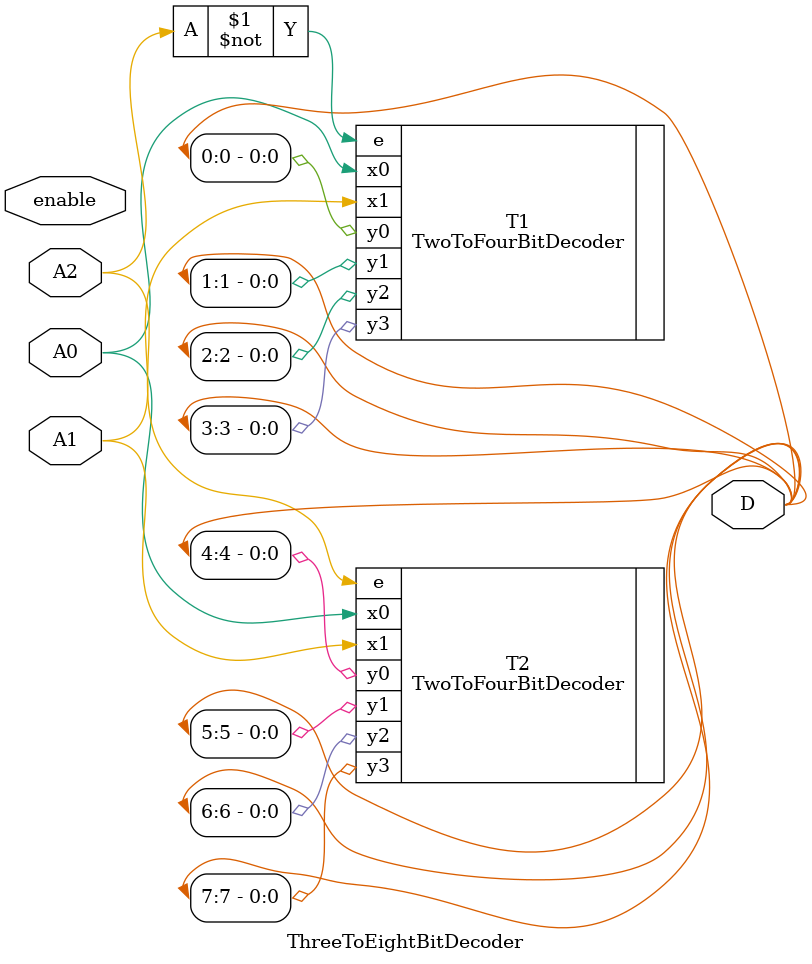
<source format=v>
`timescale 1ns / 1ps
module ThreeToEightBitDecoder(
input A0,A1,A2,enable,
output [7:0]D
    );

TwoToFourBitDecoder T1(
.x0(A0),
.x1(A1),
.e(~A2),

.y0(D[0]),
.y1(D[1]),
.y2(D[2]),
.y3(D[3])
);


TwoToFourBitDecoder T2(

.x0(A0),
.x1(A1),
.e(A2),

.y0(D[4]),
.y1(D[5]),
.y2(D[6]),
.y3(D[7])

);



endmodule


</source>
